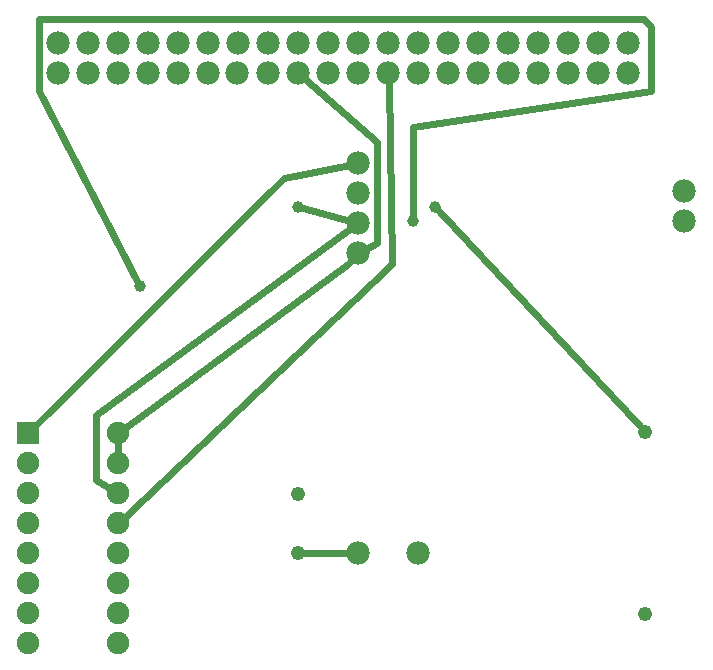
<source format=gtl>
G04 MADE WITH FRITZING*
G04 WWW.FRITZING.ORG*
G04 DOUBLE SIDED*
G04 HOLES PLATED*
G04 CONTOUR ON CENTER OF CONTOUR VECTOR*
%ASAXBY*%
%FSLAX23Y23*%
%MOIN*%
%OFA0B0*%
%SFA1.0B1.0*%
%ADD10C,0.078000*%
%ADD11C,0.075000*%
%ADD12C,0.047978*%
%ADD13C,0.039370*%
%ADD14R,0.075000X0.075000*%
%ADD15C,0.024000*%
%LNCOPPER1*%
G90*
G70*
G54D10*
X461Y2188D03*
X561Y2188D03*
X661Y2188D03*
X761Y2188D03*
X861Y2188D03*
X961Y2188D03*
X1057Y2188D03*
X1161Y2188D03*
X1261Y2186D03*
X1361Y2188D03*
X1461Y2188D03*
X1561Y2188D03*
X1661Y2188D03*
X1761Y2188D03*
X1861Y2188D03*
X1961Y2188D03*
X2061Y2188D03*
X2161Y2188D03*
X2261Y2188D03*
X2361Y2188D03*
X2361Y2288D03*
X2261Y2288D03*
X2161Y2288D03*
X2061Y2288D03*
X1961Y2288D03*
X1861Y2288D03*
X1761Y2288D03*
X1661Y2288D03*
X1561Y2288D03*
X1461Y2288D03*
X1361Y2288D03*
X1261Y2288D03*
X1161Y2288D03*
X1061Y2288D03*
X961Y2288D03*
X861Y2288D03*
X761Y2288D03*
X661Y2288D03*
X561Y2288D03*
X461Y2288D03*
G54D11*
X361Y988D03*
X661Y988D03*
X361Y888D03*
X661Y888D03*
X361Y788D03*
X661Y788D03*
X361Y688D03*
X661Y688D03*
X361Y588D03*
X661Y588D03*
X361Y488D03*
X661Y488D03*
X361Y388D03*
X661Y388D03*
X361Y288D03*
X661Y288D03*
G54D12*
X1261Y588D03*
X1261Y785D03*
X2418Y989D03*
X2418Y383D03*
G54D10*
X1461Y588D03*
X1661Y588D03*
X1461Y1588D03*
X1461Y1688D03*
X1461Y1788D03*
X1461Y1888D03*
X2548Y1695D03*
X2548Y1795D03*
G54D13*
X732Y1478D03*
X1644Y1694D03*
X1260Y1742D03*
X1716Y1742D03*
G54D14*
X361Y988D03*
G54D15*
X1283Y588D02*
X1431Y588D01*
D02*
X381Y1008D02*
X1212Y1838D01*
D02*
X1212Y1838D02*
X1432Y1882D01*
D02*
X661Y916D02*
X661Y959D01*
D02*
X1441Y1565D02*
X1428Y1550D01*
D02*
X1428Y1550D02*
X684Y1005D01*
D02*
X1284Y2166D02*
X1524Y1958D01*
D02*
X1524Y1958D02*
X1524Y1622D01*
D02*
X1524Y1622D02*
X1488Y1602D01*
D02*
X1562Y2158D02*
X1572Y1550D01*
D02*
X1572Y1550D02*
X682Y707D01*
D02*
X723Y1494D02*
X396Y2126D01*
D02*
X396Y2126D02*
X396Y2366D01*
D02*
X396Y2366D02*
X2412Y2366D01*
D02*
X2412Y2366D02*
X2436Y2342D01*
D02*
X2436Y2342D02*
X2436Y2126D01*
D02*
X2436Y2126D02*
X1644Y2006D01*
D02*
X1644Y2006D02*
X1644Y1713D01*
D02*
X1437Y1670D02*
X588Y1046D01*
D02*
X588Y1046D02*
X588Y830D01*
D02*
X588Y830D02*
X636Y802D01*
D02*
X1278Y1737D02*
X1432Y1695D01*
D02*
X2403Y1006D02*
X1729Y1728D01*
G04 End of Copper1*
M02*
</source>
